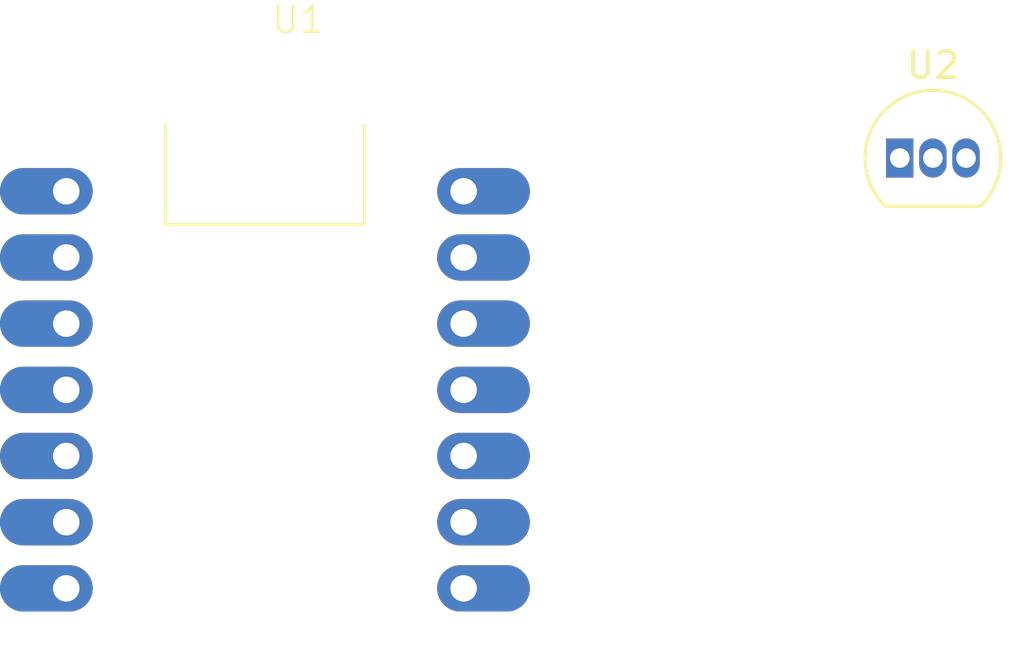
<source format=kicad_pcb>
(kicad_pcb (version 20221018) (generator pcbnew)
  (layers (0 "F.Cu" signal) (31 "B.Cu" signal) (34 "B.Paste" user) (35 "F.Paste" user) (36 "B.SilkS" user "B.Silkscreen") (37 "F.SilkS" user "F.Silkscreen") (38 "B.Mask" user) (39 "F.Mask" user) (44 "Edge.Cuts" user))
  (net 0 "")
  (footprint "Package_TO_SOT_THT:TO-92_Inline" (layer "F.Cu") (at 132.08 55.88)
    (fp_text reference "U2" (at 1.27 -3.56) (layer "F.SilkS"))
    (fp_text value "DS18B20")
    (fp_line (start -0.53 1.85) (end 3.07 1.85) (stroke (width 0.12)) (layer "F.SilkS"))
    (fp_arc (start -0.568478 1.838478) (mid -1.132087 -0.994977) (end 1.27 -2.6) (stroke (width 0.12)) (layer "F.SilkS"))
    (fp_arc (start 1.27 -2.6) (mid 3.672087 -0.994977) (end 3.108478 1.838478) (stroke (width 0.12)) (layer "F.SilkS"))
    (pad "1" thru_hole rect (at 0 0) (size 1.05 1.5) (drill 0.75) (layers "*.Cu" "*.Mask"))
    (pad "2" thru_hole oval (at 1.27 0) (size 1.05 1.5) (drill 0.75) (layers "*.Cu" "*.Mask"))
    (pad "3" thru_hole oval (at 2.54 0) (size 1.05 1.5) (drill 0.75) (layers "*.Cu" "*.Mask"))
  )
  (footprint "esp32:XIAO_ESP32_SENSE" (layer "F.Cu") (at 107.735 64.775)
    (fp_text reference "U1" (at 1.27 -14.2 unlocked) (layer "F.SilkS") (effects (font (thickness 0.1))))
    (fp_text value "~")
    (fp_line (start -3.81 -10.16) (end -3.81 -6.35) (stroke (width 0.1)) (layer "F.SilkS"))
    (fp_line (start -3.81 -6.35) (end 3.81 -6.35) (stroke (width 0.1)) (layer "F.SilkS"))
    (fp_line (start 3.81 -6.35) (end 3.81 -10.16) (stroke (width 0.1)) (layer "F.SilkS"))
    (pad "1" thru_hole oval (at -7.62 -7.62) (size 3.556 1.778) (drill 1.016 (offset -0.762 0)) (layers "*.Cu" "*.Mask"))
    (pad "2" thru_hole oval (at -7.62 -5.08) (size 3.556 1.778) (drill 1.016 (offset -0.762 0)) (layers "*.Cu" "*.Mask"))
    (pad "3" thru_hole oval (at -7.62 -2.54) (size 3.556 1.778) (drill 1.016 (offset -0.762 0)) (layers "*.Cu" "*.Mask"))
    (pad "4" thru_hole oval (at -7.62 0) (size 3.556 1.778) (drill 1.016 (offset -0.762 0)) (layers "*.Cu" "*.Mask"))
    (pad "5" thru_hole oval (at -7.62 2.54) (size 3.556 1.778) (drill 1.016 (offset -0.762 0)) (layers "*.Cu" "*.Mask"))
    (pad "6" thru_hole oval (at -7.62 5.08) (size 3.556 1.778) (drill 1.016 (offset -0.762 0)) (layers "*.Cu" "*.Mask"))
    (pad "7" thru_hole oval (at -7.62 7.62) (size 3.556 1.778) (drill 1.016 (offset -0.762 0)) (layers "*.Cu" "*.Mask"))
    (pad "8" thru_hole oval (at 7.62 -7.62) (size 3.556 1.778) (drill 1.016 (offset 0.762 0)) (layers "*.Cu" "*.Mask"))
    (pad "9" thru_hole oval (at 7.62 -5.08) (size 3.556 1.778) (drill 1.016 (offset 0.762 0)) (layers "*.Cu" "*.Mask"))
    (pad "10" thru_hole oval (at 7.62 -2.54) (size 3.556 1.778) (drill 1.016 (offset 0.762 0)) (layers "*.Cu" "*.Mask"))
    (pad "11" thru_hole oval (at 7.62 0) (size 3.556 1.778) (drill 1.016 (offset 0.762 0)) (layers "*.Cu" "*.Mask"))
    (pad "12" thru_hole oval (at 7.62 2.54) (size 3.556 1.778) (drill 1.016 (offset 0.762 0)) (layers "*.Cu" "*.Mask"))
    (pad "13" thru_hole oval (at 7.62 5.08) (size 3.556 1.778) (drill 1.016 (offset 0.762 0)) (layers "*.Cu" "*.Mask"))
    (pad "14" thru_hole oval (at 7.62 7.62) (size 3.556 1.778) (drill 1.016 (offset 0.762 0)) (layers "*.Cu" "*.Mask"))
  )
)
</source>
